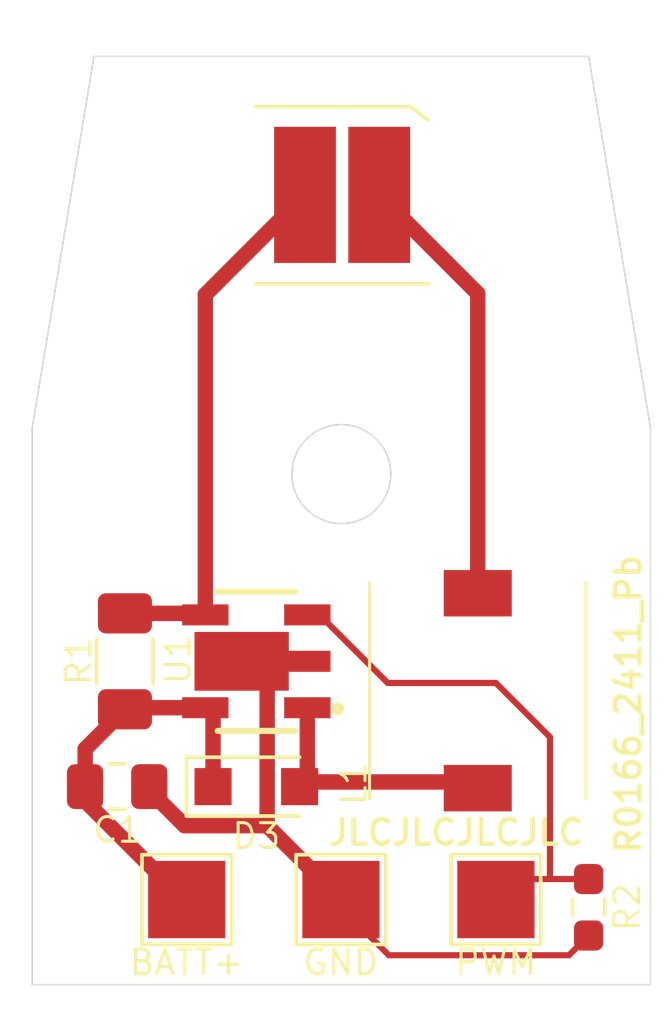
<source format=kicad_pcb>
(kicad_pcb (version 20221018) (generator pcbnew)
  (title_block (title "DeLight LED Driver") (company "Retronics - Bjørner Sandom"))
  (layers (0 "F.Cu" signal) (31 "B.Cu" signal) (34 "B.Paste" user) (35 "F.Paste" user) (36 "B.SilkS" user "B.Silkscreen") (37 "F.SilkS" user "F.Silkscreen") (38 "B.Mask" user) (39 "F.Mask" user) (44 "Edge.Cuts" user))
  (net 0 "")
  (net 1 "GND")
  (net 2 "Net-(D2-K)")
  (net 3 "Net-(D2-A)")
  (net 4 "Net-(D3-A)")
  (net 5 "/BATT")
  (net 6 "Net-(J3-Pin_1)")
  (footprint "TestPoint:TestPoint_Pad_2.5x2.5mm" (layer "F.Cu") (at 117 70.25 90)
    (fp_text reference "J3" hide)
    (fp_text value "PWM")
    (fp_line (start -1.45 -1.45) (end 1.45 -1.45) (stroke (width 0.12)) (layer "F.SilkS"))
    (fp_line (start -1.45 1.45) (end -1.45 -1.45) (stroke (width 0.12)) (layer "F.SilkS"))
    (fp_line (start 1.45 -1.45) (end 1.45 1.45) (stroke (width 0.12)) (layer "F.SilkS"))
    (fp_line (start 1.45 1.45) (end -1.45 1.45) (stroke (width 0.12)) (layer "F.SilkS"))
    (pad "1" smd rect locked (at 0 0 90) (size 2.5 2.5) (layers "F.Cu" "F.Mask") (net 6 "Net-(J3-Pin_1)"))
  )
  (footprint "TestPoint:TestPoint_Pad_2.5x2.5mm" (layer "F.Cu") (at 111.9875 70.25 90)
    (fp_text reference "J2" hide)
    (fp_text value "GND")
    (fp_line (start -1.45 -1.45) (end 1.45 -1.45) (stroke (width 0.12)) (layer "F.SilkS"))
    (fp_line (start -1.45 1.45) (end -1.45 -1.45) (stroke (width 0.12)) (layer "F.SilkS"))
    (fp_line (start 1.45 -1.45) (end 1.45 1.45) (stroke (width 0.12)) (layer "F.SilkS"))
    (fp_line (start 1.45 1.45) (end -1.45 1.45) (stroke (width 0.12)) (layer "F.SilkS"))
    (pad "1" smd rect locked (at 0 0 90) (size 2.5 2.5) (layers "F.Cu" "F.Mask") (net 1 "GND"))
  )
  (footprint "Retronics_Passives:SLF7032_7045" (layer "F.Cu") (at 116.4125 63.5 90)
    (fp_text reference "L1" (at -3 -4.0125 90) (layer "F.SilkS") (effects (font (size 0.8 0.8) (thickness 0.1))))
    (fp_text value "SLF7045T-470MR75-PF" hide)
    (fp_line (start -3.5 -3.5) (end 3.5 -3.5) (stroke (width 0.1)) (layer "F.SilkS"))
    (fp_line (start 3.5 3.5) (end -3.5 3.5) (stroke (width 0.1)) (layer "F.SilkS"))
    (pad "1" smd rect (at -3.15 0 90) (size 1.5 2.2) (layers "F.Cu" "F.Paste" "F.Mask") (net 4 "Net-(D3-A)"))
    (pad "2" smd rect (at 3.15 0 90) (size 1.5 2.2) (layers "F.Cu" "F.Paste" "F.Mask") (net 2 "Net-(D2-K)"))
  )
  (footprint "Retronics_IC_Power:SOT89-5" (layer "F.Cu") (at 109.25 62.55 90)
    (fp_text reference "U1" (at 0.05 -2.538 90) (layer "F.SilkS") (effects (font (size 0.8 0.8) (thickness 0.1))))
    (fp_text value "AL8861Y-13" hide)
    (fp_line (start -2.25 1.25) (end -2.25 -1.25) (stroke (width 0.2)) (layer "F.SilkS"))
    (fp_line (start 2.25 -1.25) (end 2.25 1.25) (stroke (width 0.2)) (layer "F.SilkS"))
    (fp_circle (center -1.532 2.628) (end -1.532 2.645) (stroke (width 0.2)) (fill none) (layer "F.SilkS"))
    (pad "1" smd rect (at -1.5 1.65 90) (size 0.68 1.5) (layers "F.Cu" "F.Paste" "F.Mask") (net 4 "Net-(D3-A)"))
    (pad "2" smd rect (at 0 -0.475 90) (size 1.9 3.05) (layers "F.Cu" "F.Paste" "F.Mask") (net 1 "GND"))
    (pad "2" smd rect (at 0 1.65 90) (size 0.68 1.5) (layers "F.Cu" "F.Paste" "F.Mask") (net 1 "GND"))
    (pad "3" smd rect (at 1.5 1.65 90) (size 0.68 1.5) (layers "F.Cu" "F.Paste" "F.Mask") (net 6 "Net-(J3-Pin_1)"))
    (pad "4" smd rect (at 1.5 -1.65 90) (size 0.68 1.5) (layers "F.Cu" "F.Paste" "F.Mask") (net 3 "Net-(D2-A)"))
    (pad "5" smd rect (at -1.5 -1.65 90) (size 0.68 1.5) (layers "F.Cu" "F.Paste" "F.Mask") (net 5 "/BATT"))
  )
  (footprint "Retronics_Passives:C_0805_2012Metric_Pad1.18x1.45mm_HandSolder" (layer "F.Cu") (at 104.75 66.6 180)
    (fp_text reference "C1" (at 0 -1.4 180) (layer "F.SilkS") (effects (font (size 0.8 0.8) (thickness 0.1))))
    (fp_text value "10µF 50V")
    (fp_line (start -0.261252 -0.735) (end 0.261252 -0.735) (stroke (width 0.12)) (layer "F.SilkS"))
    (fp_line (start -0.261252 0.735) (end 0.261252 0.735) (stroke (width 0.12)) (layer "F.SilkS"))
    (pad "1" smd roundrect (at -1.0375 0 180) (size 1.175 1.45) (layers "F.Cu" "F.Paste" "F.Mask") (roundrect_rratio 0.212766) (net 1 "GND"))
    (pad "2" smd roundrect (at 1.0375 0 180) (size 1.175 1.45) (layers "F.Cu" "F.Paste" "F.Mask") (roundrect_rratio 0.212766) (net 5 "/BATT"))
  )
  (footprint "Retronics_Passives:R_0603_1608Metric_Pad0.98x0.95mm_HandSolder" (layer "F.Cu") (at 120 70.5 90)
    (fp_text reference "R2" (at 0 1.25 90) (layer "F.SilkS") (effects (font (size 0.8 0.8) (thickness 0.1))))
    (fp_text value "10kΩ")
    (fp_line (start -0.254724 -0.5225) (end 0.254724 -0.5225) (stroke (width 0.12)) (layer "F.SilkS"))
    (fp_line (start -0.254724 0.5225) (end 0.254724 0.5225) (stroke (width 0.12)) (layer "F.SilkS"))
    (pad "1" smd roundrect (at -0.9125 0 90) (size 0.975 0.95) (layers "F.Cu" "F.Paste" "F.Mask") (net 1 "GND"))
    (pad "2" smd roundrect (at 0.9125 0 90) (size 0.975 0.95) (layers "F.Cu" "F.Paste" "F.Mask") (net 6 "Net-(J3-Pin_1)"))
  )
  (footprint "TestPoint:TestPoint_Pad_2.5x2.5mm" (layer "F.Cu") (at 107 70.25 90)
    (fp_text reference "J1" hide)
    (fp_text value "Batt +18V")
    (fp_line (start -1.45 -1.45) (end 1.45 -1.45) (stroke (width 0.12)) (layer "F.SilkS"))
    (fp_line (start -1.45 1.45) (end -1.45 -1.45) (stroke (width 0.12)) (layer "F.SilkS"))
    (fp_line (start 1.45 -1.45) (end 1.45 1.45) (stroke (width 0.12)) (layer "F.SilkS"))
    (fp_line (start 1.45 1.45) (end -1.45 1.45) (stroke (width 0.12)) (layer "F.SilkS"))
    (pad "1" smd rect locked (at 0 0 90) (size 2.5 2.5) (layers "F.Cu" "F.Mask") (net 5 "/BATT"))
  )
  (footprint "Retronics_Discrete:Nexperia_CFP3_SOD-123W" (layer "F.Cu") (at 109.25 66.6)
    (fp_text reference "D3" (at 0 1.6) (layer "F.SilkS") (effects (font (size 0.8 0.8) (thickness 0.1))))
    (fp_text value "PMEG6020AELRX")
    (fp_line (start -2.26 -0.95) (end -2.26 0.95) (stroke (width 0.12)) (layer "F.SilkS"))
    (fp_line (start -2.26 -0.95) (end 1.4 -0.95) (stroke (width 0.12)) (layer "F.SilkS"))
    (fp_line (start -2.26 0.95) (end 1.4 0.95) (stroke (width 0.12)) (layer "F.SilkS"))
    (pad "1" smd rect (at -1.4 0) (size 1.2 1.2) (layers "F.Cu" "F.Paste" "F.Mask") (net 5 "/BATT"))
    (pad "2" smd rect (at 1.4 0) (size 1.2 1.2) (layers "F.Cu" "F.Paste" "F.Mask") (net 4 "Net-(D3-A)"))
  )
  (footprint "Retronics_Optoelectronics:LED_GW_Q9LR33.PM-M5N3-XX53-1" (layer "F.Cu") (at 112.025 47.475 180)
    (fp_text reference "D2" hide)
    (fp_text value "LED")
    (fp_line (start -2.8 -2.875) (end 2.8 -2.875) (stroke (width 0.12)) (layer "F.SilkS"))
    (fp_line (start -2.2 2.85) (end -2.8 2.4) (stroke (width 0.12)) (layer "F.SilkS"))
    (fp_line (start -2.2 2.85) (end 2.8 2.85) (stroke (width 0.12)) (layer "F.SilkS"))
    (pad "1" smd rect (at -1.2 0 180) (size 2 4.4) (layers "F.Cu" "F.Paste" "F.Mask") (net 2 "Net-(D2-K)"))
    (pad "2" smd rect (at 1.2 0 180) (size 2 4.4) (layers "F.Cu" "F.Paste" "F.Mask") (net 3 "Net-(D2-A)"))
  )
  (footprint "Retronics_Passives:R_1206_3216Metric_Pad1.30x1.75mm_HandSolder" (layer "F.Cu") (at 105 62.55 90)
    (fp_text reference "R1" (at 0 -1.5 90) (layer "F.SilkS") (effects (font (size 0.8 0.8) (thickness 0.1))))
    (fp_text value "200mΩ 0.25W")
    (fp_line (start -0.727064 -0.91) (end 0.727064 -0.91) (stroke (width 0.12)) (layer "F.SilkS"))
    (fp_line (start -0.727064 0.91) (end 0.727064 0.91) (stroke (width 0.12)) (layer "F.SilkS"))
    (pad "1" smd roundrect (at -1.55 0 90) (size 1.3 1.75) (layers "F.Cu" "F.Paste" "F.Mask") (roundrect_rratio 0.192308) (net 5 "/BATT"))
    (pad "2" smd roundrect (at 1.55 0 90) (size 1.3 1.75) (layers "F.Cu" "F.Paste" "F.Mask") (roundrect_rratio 0.192308) (net 3 "Net-(D2-A)"))
  )
  (gr_circle (center 112 56.5) (end 113.6 56.5) (stroke (width 0.05)) (fill none) (layer "Edge.Cuts"))
  (gr_line (start 104 43) (end 120 43) (stroke (width 0.05)) (layer "Edge.Cuts"))
  (gr_line (start 122 73) (end 102 73) (stroke (width 0.05)) (layer "Edge.Cuts"))
  (gr_line (start 120 43) (end 122 55) (stroke (width 0.05)) (layer "Edge.Cuts"))
  (gr_line (start 102 55) (end 104 43) (stroke (width 0.05)) (layer "Edge.Cuts"))
  (gr_line (start 122 55) (end 122 73) (stroke (width 0.05)) (layer "Edge.Cuts"))
  (gr_line (start 102 73) (end 102 55) (stroke (width 0.05)) (layer "Edge.Cuts"))
  (gr_text "BATT+" (at 105.082381 72.75) (layer "F.SilkS") (effects (font (size 0.8 0.8) (thickness 0.1)) (justify left bottom)))
  (gr_text "GND" (at 110.698453 72.75) (layer "F.SilkS") (effects (font (size 0.8 0.8) (thickness 0.1)) (justify left bottom)))
  (gr_text "R0166_2411_Pb\n" (at 121.75 68.85 90) (layer "F.SilkS") (effects (font (size 0.8 0.8)) (justify left bottom)))
  (gr_text "JLCJLCJLCJLC" (at 111.5 68.55) (layer "F.SilkS") (effects (font (size 0.8 0.8) (thickness 0.15) bold) (justify left bottom)))
  (gr_text "PWM" (at 115.615714 72.75) (layer "F.SilkS") (effects (font (size 0.8 0.8) (thickness 0.1)) (justify left bottom)))
  (segment (start 111.9875 70.5) (end 113.5375 72.05) (width 0.2) (layer "F.Cu") (net 1))
  (segment (start 109.6 67.8625) (end 111.9875 70.25) (width 0.5) (layer "F.Cu") (net 1))
  (segment (start 109.6 63.375) (end 109.6 67.8625) (width 0.5) (layer "F.Cu") (net 1))
  (segment (start 113.5375 72.05) (end 119.3625 72.05) (width 0.2) (layer "F.Cu") (net 1))
  (segment (start 119.3625 72.05) (end 120 71.4125) (width 0.2) (layer "F.Cu") (net 1))
  (segment (start 106.93 67.8625) (end 105.7875 66.72) (width 0.5) (layer "F.Cu") (net 1))
  (segment (start 108.775 62.55) (end 109.6 63.375) (width 0.5) (layer "F.Cu") (net 1))
  (segment (start 109.6 67.8625) (end 106.93 67.8625) (width 0.5) (layer "F.Cu") (net 1))
  (segment (start 116.4125 60.15) (end 116.4125 50.6625) (width 0.5) (layer "F.Cu") (net 2))
  (segment (start 116.4125 50.6625) (end 113.225 47.475) (width 0.5) (layer "F.Cu") (net 2))
  (segment (start 107.6 61.05) (end 107.6 50.7) (width 0.5) (layer "F.Cu") (net 3))
  (segment (start 107.6 50.7) (end 110.825 47.475) (width 0.5) (layer "F.Cu") (net 3))
  (segment (start 107.55 61) (end 107.6 61.05) (width 0.5) (layer "F.Cu") (net 3))
  (segment (start 105 61) (end 107.55 61) (width 0.5) (layer "F.Cu") (net 3))
  (segment (start 110.9 64.05) (end 110.9 66.35) (width 0.5) (layer "F.Cu") (net 4))
  (segment (start 110.9 66.35) (end 110.65 66.6) (width 0.5) (layer "F.Cu") (net 4))
  (segment (start 110.8 66.45) (end 110.65 66.6) (width 0.5) (layer "F.Cu") (net 4))
  (segment (start 116.4125 66.45) (end 110.8 66.45) (width 0.5) (layer "F.Cu") (net 4))
  (segment (start 103.7125 65.3875) (end 105 64.1) (width 0.5) (layer "F.Cu") (net 5))
  (segment (start 107.6 64.05) (end 105.05 64.05) (width 0.5) (layer "F.Cu") (net 5))
  (segment (start 103.7125 66.72) (end 103.7125 65.3875) (width 0.5) (layer "F.Cu") (net 5))
  (segment (start 105.05 64.05) (end 105 64.1) (width 0.5) (layer "F.Cu") (net 5))
  (segment (start 107.85 64.3) (end 107.6 64.05) (width 0.5) (layer "F.Cu") (net 5))
  (segment (start 107.85 66.6) (end 107.85 64.3) (width 0.5) (layer "F.Cu") (net 5))
  (segment (start 103.7125 67.0625) (end 106.9 70.25) (width 0.5) (layer "F.Cu") (net 5))
  (segment (start 103.7125 66.72) (end 103.7125 67.0625) (width 0.5) (layer "F.Cu") (net 5))
  (segment (start 120 69.5875) (end 118.75 69.5875) (width 0.2) (layer "F.Cu") (net 6))
  (segment (start 111.3 61.05) (end 110.9 61.05) (width 0.2) (layer "F.Cu") (net 6))
  (segment (start 113.5 63.25) (end 111.3 61.05) (width 0.2) (layer "F.Cu") (net 6))
  (segment (start 117.9125 69.5875) (end 117 70.5) (width 0.2) (layer "F.Cu") (net 6))
  (segment (start 118.75 69.5875) (end 118.75 65) (width 0.2) (layer "F.Cu") (net 6))
  (segment (start 117 63.25) (end 113.5 63.25) (width 0.2) (layer "F.Cu") (net 6))
  (segment (start 118.75 65) (end 117 63.25) (width 0.2) (layer "F.Cu") (net 6))
  (segment (start 118.75 69.5875) (end 117.9125 69.5875) (width 0.2) (layer "F.Cu") (net 6))
)
</source>
